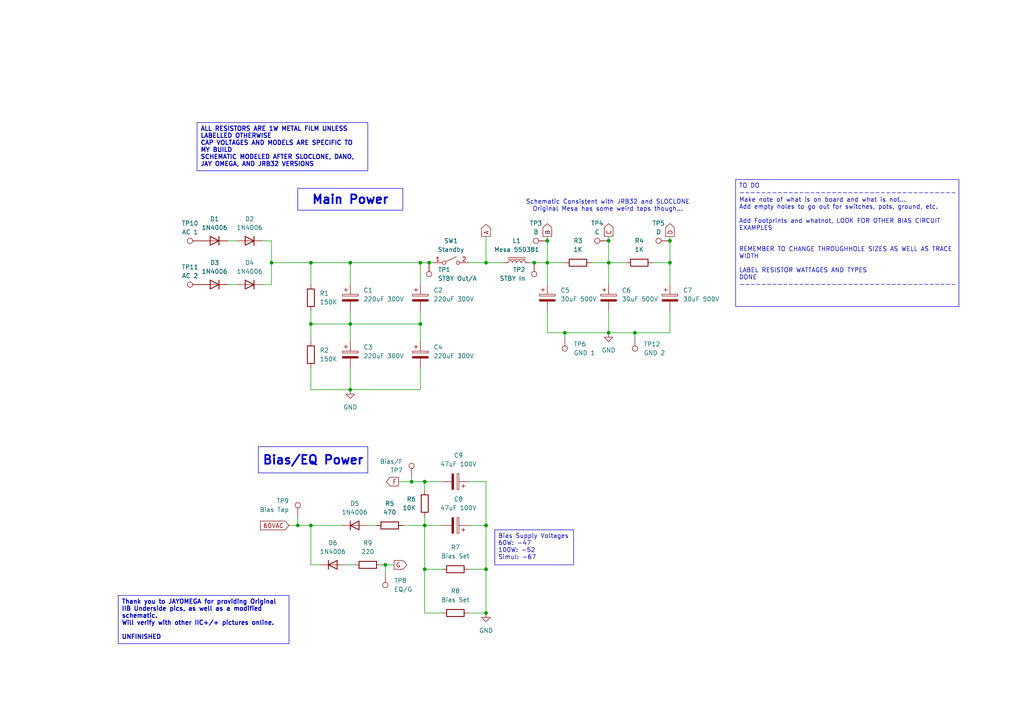
<source format=kicad_sch>
(kicad_sch (version 20250114) (generator "eeschema") (generator_version "9.0")
  (paper "A4")
  (lib_symbols
    (symbol "Connector:TestPoint" (pin_numbers (hide yes)) (pin_names (offset 0.762) (hide yes))
      (property "Reference" "TP" (at 0 6.858 0))
      (property "Value" "TestPoint" (at 0 5.08 0))
      (symbol "TestPoint_0_1"
        (circle (center 0 3.302) (radius 0.762))
      )
      (symbol "TestPoint_1_1"
        (pin passive line (at 0 0 90) (length 2.54) (name "1") (number "1"))
      )
    )
    (symbol "Device:C_Polarized" (pin_numbers (hide yes)) (pin_names (offset 0.254))
      (property "Reference" "C" (at 0.635 2.54 0))
      (property "Value" "C_Polarized" (at 0.635 -2.54 0))
      (symbol "C_Polarized_0_1"
        (rectangle (start -2.286 0.508) (end 2.286 1.016))
        (polyline (pts (xy -1.778 2.286) (xy -0.762 2.286)))
        (polyline (pts (xy -1.27 2.794) (xy -1.27 1.778)))
        (rectangle (start 2.286 -0.508) (end -2.286 -1.016) (fill (type outline)))
      )
      (symbol "C_Polarized_1_1"
        (pin passive line (at 0 3.81 270) (length 2.794) (name "~") (number "1"))
        (pin passive line (at 0 -3.81 90) (length 2.794) (name "~") (number "2"))
      )
    )
    (symbol "Device:L_Iron" (pin_numbers (hide yes)) (pin_names (offset 1.016) (hide yes))
      (property "Reference" "L" (at -1.27 0 90))
      (property "Value" "L_Iron" (at 2.794 0 90))
      (symbol "L_Iron_0_1"
        (arc (start 0 2.54) (mid 0.6323 1.905) (end 0 1.27))
        (arc (start 0 1.27) (mid 0.6323 0.635) (end 0 0))
        (arc (start 0 0) (mid 0.6323 -0.635) (end 0 -1.27))
        (arc (start 0 -1.27) (mid 0.6323 -1.905) (end 0 -2.54))
        (polyline (pts (xy 1.016 2.54) (xy 1.016 -2.54)))
        (polyline (pts (xy 1.524 -2.54) (xy 1.524 2.54)))
      )
      (symbol "L_Iron_1_1"
        (pin passive line (at 0 3.81 270) (length 1.27) (name "1") (number "1"))
        (pin passive line (at 0 -3.81 90) (length 1.27) (name "2") (number "2"))
      )
    )
    (symbol "Device:R" (pin_numbers (hide yes)) (pin_names (offset 0))
      (property "Reference" "R" (at 2.032 0 90))
      (property "Value" "R" (at 0 0 90))
      (symbol "R_0_1"
        (rectangle (start -1.016 -2.54) (end 1.016 2.54) (stroke (width 0.254)))
      )
      (symbol "R_1_1"
        (pin passive line (at 0 3.81 270) (length 1.27) (name "~") (number "1"))
        (pin passive line (at 0 -3.81 90) (length 1.27) (name "~") (number "2"))
      )
    )
    (symbol "Diode:1N4006" (pin_numbers (hide yes)) (pin_names (hide yes))
      (property "Reference" "D" (at 0 2.54 0))
      (property "Value" "1N4006" (at 0 -2.54 0))
      (symbol "1N4006_0_1"
        (polyline (pts (xy -1.27 1.27) (xy -1.27 -1.27)) (stroke (width 0.254)))
        (polyline (pts (xy 1.27 1.27) (xy 1.27 -1.27) (xy -1.27 0) (xy 1.27 1.27)) (stroke (width 0.254)))
        (polyline (pts (xy 1.27 0) (xy -1.27 0)))
      )
      (symbol "1N4006_1_1"
        (pin passive line (at -3.81 0 0) (length 2.54) (name "K") (number "1"))
        (pin passive line (at 3.81 0 180) (length 2.54) (name "A") (number "2"))
      )
    )
    (symbol "Switch:SW_SPST" (pin_names (offset 0) (hide yes))
      (property "Reference" "SW" (at 0 3.175 0))
      (property "Value" "SW_SPST" (at 0 -2.54 0))
      (symbol "SW_SPST_0_0"
        (circle (center -2.032 0) (radius 0.508))
        (polyline (pts (xy -1.524 0.254) (xy 1.524 1.778)))
        (circle (center 2.032 0) (radius 0.508))
      )
      (symbol "SW_SPST_1_1"
        (pin passive line (at -5.08 0 0) (length 2.54) (name "A") (number "1"))
        (pin passive line (at 5.08 0 180) (length 2.54) (name "B") (number "2"))
      )
    )
    (symbol "power:GND" (power) (pin_numbers (hide yes)) (pin_names (offset 0) (hide yes))
      (property "Value" "GND" (at 0 -3.81 0))
      (symbol "GND_0_1"
        (polyline (pts (xy 0 0) (xy 0 -1.27) (xy 1.27 -1.27) (xy 0 -2.54) (xy -1.27 -1.27) (xy 0 -1.27)))
      )
      (symbol "GND_1_1"
        (pin power_in line (at 0 0 270) (length 0) (name "~") (number "1"))
      )
    )
  )
  (text "Schematic Consistent with JRB32 and SLOCLONE\nOriginal Mesa has some weird taps though..." (at 176.276 59.69 0) (effects (font (size 1.27 1.27))))
  (text_box "Thank you to JAYOMEGA for providing Original IIB Underside pics, as well as a modified schematic.\nWill verify with other IIC+/+ pictures online.\n\nUNFINISHED" (at 34.29 172.72 0) (size 49.53 13.97) (margins 0.9525 0.9525 0.9525 0.9525) (effects (font (size 1.27 1.27) (thickness 0.254) (bold yes)) (justify left top)))
  (text_box "ALL RESISTORS ARE 1W METAL FILM UNLESS LABELLED OTHERWISE\nCAP VOLTAGES AND MODELS ARE SPECIFIC TO MY BUILD\nSCHEMATIC MODELED AFTER SLOCLONE, DANO, JAY OMEGA, AND JRB32 VERSIONS" (at 57.15 35.56 0) (size 49.53 13.97) (margins 0.9525 0.9525 0.9525 0.9525) (effects (font (size 1.27 1.27) (thickness 0.254) (bold yes)) (justify left top)))
  (text_box "Main Power" (at 86.36 54.61 0) (size 30.48 6.35) (margins 0.9525 0.9525 0.9525 0.9525) (effects (font (size 2.54 2.54) (thickness 0.508) (bold yes))))
  (text_box "Bias/EQ Power" (at 74.93 129.54 0) (size 31.75 7.62) (margins 0.9525 0.9525 0.9525 0.9525) (effects (font (size 2.54 2.54) (thickness 0.508) (bold yes))))
  (text_box "TO DO\n----------------------------------------\nMake note of what is on board and what is not...\nAdd empty holes to go out for switches, pots, ground, etc.\n\nAdd Footprints and whatnot, LOOK FOR OTHER BIAS CIRCUIT EXAMPLES\n\n\nREMEMBER TO CHANGE THROUGHHOLE SIZES AS WELL AS TRACE WIDTH\n\nLABEL RESISTOR WATTAGES AND TYPES\nDONE\n----------------------------------------\n" (at 213.36 52.07 0) (size 64.77 36.83) (margins 0.9525 0.9525 0.9525 0.9525) (effects (font (size 1.27 1.27)) (justify left top)))
  (text_box "Bias Supply Voltages\n60W: -47\n100W: -52\nSimul: -67" (at 143.51 153.67 0) (size 22.86 10.16) (margins 0.9525 0.9525 0.9525 0.9525) (effects (font (size 1.27 1.27)) (justify left top)))
  (junction (at 184.15 96.52))
  (junction (at 111.76 163.83))
  (junction (at 123.19 165.1))
  (junction (at 158.75 76.2))
  (junction (at 154.94 76.2))
  (junction (at 140.97 152.4))
  (junction (at 124.46 76.2))
  (junction (at 121.92 76.2))
  (junction (at 90.17 152.4))
  (junction (at 140.97 177.8))
  (junction (at 194.31 76.2))
  (junction (at 123.19 139.7))
  (junction (at 119.38 139.7))
  (junction (at 140.97 76.2))
  (junction (at 121.92 93.98))
  (junction (at 86.36 152.4))
  (junction (at 90.17 76.2))
  (junction (at 194.31 69.85))
  (junction (at 158.75 69.85))
  (junction (at 176.53 69.85))
  (junction (at 101.6 113.03))
  (junction (at 101.6 76.2))
  (junction (at 176.53 76.2))
  (junction (at 101.6 93.98))
  (junction (at 90.17 93.98))
  (junction (at 163.83 96.52))
  (junction (at 78.74 76.2))
  (junction (at 140.97 165.1))
  (junction (at 123.19 152.4))
  (junction (at 176.53 96.52))
  (wire (pts (xy 135.89 139.7) (xy 140.97 139.7)))
  (wire (pts (xy 90.17 152.4) (xy 99.06 152.4)))
  (wire (pts (xy 109.22 152.4) (xy 106.68 152.4)))
  (wire (pts (xy 128.27 177.8) (xy 123.19 177.8)))
  (wire (pts (xy 171.45 76.2) (xy 176.53 76.2)))
  (wire (pts (xy 140.97 177.8) (xy 140.97 165.1)))
  (wire (pts (xy 194.31 69.85) (xy 194.31 76.2)))
  (wire (pts (xy 121.92 113.03) (xy 121.92 106.68)))
  (wire (pts (xy 123.19 177.8) (xy 123.19 165.1)))
  (wire (pts (xy 176.53 90.17) (xy 176.53 96.52)))
  (wire (pts (xy 163.83 76.2) (xy 158.75 76.2)))
  (wire (pts (xy 90.17 93.98) (xy 90.17 99.06)))
  (wire (pts (xy 76.2 69.85) (xy 78.74 69.85)))
  (wire (pts (xy 153.67 76.2) (xy 154.94 76.2)))
  (wire (pts (xy 121.92 93.98) (xy 121.92 99.06)))
  (wire (pts (xy 154.94 76.2) (xy 158.75 76.2)))
  (wire (pts (xy 140.97 152.4) (xy 135.89 152.4)))
  (wire (pts (xy 158.75 76.2) (xy 158.75 82.55)))
  (wire (pts (xy 90.17 163.83) (xy 92.71 163.83)))
  (wire (pts (xy 101.6 113.03) (xy 90.17 113.03)))
  (wire (pts (xy 158.75 68.58) (xy 158.75 69.85)))
  (wire (pts (xy 90.17 90.17) (xy 90.17 93.98)))
  (wire (pts (xy 135.89 177.8) (xy 140.97 177.8)))
  (wire (pts (xy 100.33 163.83) (xy 102.87 163.83)))
  (wire (pts (xy 101.6 113.03) (xy 121.92 113.03)))
  (wire (pts (xy 78.74 76.2) (xy 90.17 76.2)))
  (wire (pts (xy 194.31 96.52) (xy 194.31 90.17)))
  (wire (pts (xy 90.17 93.98) (xy 101.6 93.98)))
  (wire (pts (xy 128.27 139.7) (xy 123.19 139.7)))
  (wire (pts (xy 119.38 138.43) (xy 119.38 139.7)))
  (wire (pts (xy 176.53 96.52) (xy 184.15 96.52)))
  (wire (pts (xy 115.57 139.7) (xy 119.38 139.7)))
  (wire (pts (xy 78.74 76.2) (xy 78.74 82.55)))
  (wire (pts (xy 123.19 149.86) (xy 123.19 152.4)))
  (wire (pts (xy 90.17 76.2) (xy 101.6 76.2)))
  (wire (pts (xy 86.36 152.4) (xy 90.17 152.4)))
  (wire (pts (xy 123.19 152.4) (xy 123.19 165.1)))
  (wire (pts (xy 111.76 163.83) (xy 110.49 163.83)))
  (wire (pts (xy 176.53 76.2) (xy 181.61 76.2)))
  (wire (pts (xy 158.75 96.52) (xy 163.83 96.52)))
  (wire (pts (xy 101.6 76.2) (xy 101.6 82.55)))
  (wire (pts (xy 90.17 82.55) (xy 90.17 76.2)))
  (wire (pts (xy 101.6 93.98) (xy 101.6 99.06)))
  (wire (pts (xy 90.17 106.68) (xy 90.17 113.03)))
  (wire (pts (xy 123.19 139.7) (xy 123.19 142.24)))
  (wire (pts (xy 114.3 163.83) (xy 111.76 163.83)))
  (wire (pts (xy 119.38 139.7) (xy 123.19 139.7)))
  (wire (pts (xy 163.83 96.52) (xy 176.53 96.52)))
  (wire (pts (xy 158.75 69.85) (xy 158.75 76.2)))
  (wire (pts (xy 184.15 96.52) (xy 194.31 96.52)))
  (wire (pts (xy 123.19 152.4) (xy 128.27 152.4)))
  (wire (pts (xy 140.97 139.7) (xy 140.97 152.4)))
  (wire (pts (xy 116.84 152.4) (xy 123.19 152.4)))
  (wire (pts (xy 194.31 76.2) (xy 194.31 82.55)))
  (wire (pts (xy 90.17 152.4) (xy 90.17 163.83)))
  (wire (pts (xy 101.6 106.68) (xy 101.6 113.03)))
  (wire (pts (xy 176.53 68.58) (xy 176.53 69.85)))
  (wire (pts (xy 76.2 82.55) (xy 78.74 82.55)))
  (wire (pts (xy 140.97 68.58) (xy 140.97 76.2)))
  (wire (pts (xy 176.53 82.55) (xy 176.53 76.2)))
  (wire (pts (xy 158.75 90.17) (xy 158.75 96.52)))
  (wire (pts (xy 140.97 76.2) (xy 135.89 76.2)))
  (wire (pts (xy 121.92 82.55) (xy 121.92 76.2)))
  (wire (pts (xy 121.92 76.2) (xy 101.6 76.2)))
  (wire (pts (xy 124.46 76.2) (xy 125.73 76.2)))
  (wire (pts (xy 121.92 90.17) (xy 121.92 93.98)))
  (wire (pts (xy 101.6 90.17) (xy 101.6 93.98)))
  (wire (pts (xy 146.05 76.2) (xy 140.97 76.2)))
  (wire (pts (xy 86.36 149.86) (xy 86.36 152.4)))
  (wire (pts (xy 135.89 165.1) (xy 140.97 165.1)))
  (wire (pts (xy 111.76 163.83) (xy 111.76 166.37)))
  (wire (pts (xy 163.83 97.79) (xy 163.83 96.52)))
  (wire (pts (xy 184.15 97.79) (xy 184.15 96.52)))
  (wire (pts (xy 128.27 165.1) (xy 123.19 165.1)))
  (wire (pts (xy 68.58 69.85) (xy 66.04 69.85)))
  (wire (pts (xy 121.92 76.2) (xy 124.46 76.2)))
  (wire (pts (xy 83.82 152.4) (xy 86.36 152.4)))
  (wire (pts (xy 78.74 69.85) (xy 78.74 76.2)))
  (wire (pts (xy 194.31 68.58) (xy 194.31 69.85)))
  (wire (pts (xy 140.97 165.1) (xy 140.97 152.4)))
  (wire (pts (xy 68.58 82.55) (xy 66.04 82.55)))
  (wire (pts (xy 189.23 76.2) (xy 194.31 76.2)))
  (wire (pts (xy 176.53 69.85) (xy 176.53 76.2)))
  (wire (pts (xy 101.6 93.98) (xy 121.92 93.98)))
  (global_label "A" (shape output) (at 140.97 68.58 90) (property "Intersheetrefs" "${INTERSHEET_REFS}" (effects (hide yes))))
  (global_label "D" (shape output) (at 194.31 68.58 90) (property "Intersheetrefs" "${INTERSHEET_REFS}" (effects (hide yes))))
  (global_label "G" (shape output) (at 114.3 163.83 0) (property "Intersheetrefs" "${INTERSHEET_REFS}" (effects (hide yes))))
  (global_label "B" (shape output) (at 158.75 68.58 90) (property "Intersheetrefs" "${INTERSHEET_REFS}" (effects (hide yes))))
  (global_label "60VAC" (shape input) (at 83.82 152.4 180) (property "Intersheetrefs" "${INTERSHEET_REFS}" (effects (hide yes))))
  (global_label "F" (shape output) (at 115.57 139.7 180) (property "Intersheetrefs" "${INTERSHEET_REFS}" (effects (hide yes))))
  (global_label "C" (shape output) (at 176.53 68.58 90) (property "Intersheetrefs" "${INTERSHEET_REFS}" (effects (hide yes))))
  (symbol (lib_id "Device:R") (at 106.68 163.83 90) (unit 1)
    (property "Reference" "R9" (at 106.68 157.48 90))
    (property "Value" "220" (at 106.68 160.02 90))
    (property "Footprint" "Resistor_THT:R_Axial_DIN0516_L15.5mm_D5.0mm_P20.32mm_Horizontal" (effects (hide yes)))
    (property "Description" "Resistor" (effects (hide yes)))
  )
  (symbol (lib_id "Device:R") (at 90.17 86.36 0) (unit 1)
    (property "Reference" "R1" (at 92.71 85.0899 0) (effects (justify left)))
    (property "Value" "150K" (at 92.71 87.6299 0) (effects (justify left)))
    (property "Footprint" "Resistor_THT:R_Axial_DIN0516_L15.5mm_D5.0mm_P20.32mm_Horizontal" (effects (hide yes)))
    (property "Description" "Resistor" (effects (hide yes)))
  )
  (symbol (lib_id "Switch:SW_SPST") (at 130.81 76.2 0) (unit 1)
    (property "Reference" "SW1" (at 130.81 69.85 0))
    (property "Value" "Standby" (at 130.81 72.39 0))
    (property "Description" "Single Pole Single Throw (SPST) switch" (effects (hide yes)))
  )
  (symbol (lib_id "Diode:1N4006") (at 62.23 69.85 0) (mirror y) (unit 1)
    (property "Reference" "D1" (at 62.23 63.5 0))
    (property "Value" "1N4006" (at 62.23 66.04 0))
    (property "Footprint" "Diode_THT:D_DO-41_SOD81_P10.16mm_Horizontal" (effects (hide yes)))
    (property "Datasheet" "http://www.vishay.com/docs/88503/1n4001.pdf" (effects (hide yes)))
    (property "Description" "800V 1A General Purpose Rectifier Diode, DO-41" (effects (hide yes)))
    (property "Sim.Device" "D" (effects (hide yes)))
    (property "Sim.Pins" "1=K 2=A" (effects (hide yes)))
  )
  (symbol (lib_id "Device:C_Polarized") (at 158.75 86.36 0) (unit 1)
    (property "Reference" "C5" (at 162.56 84.2009 0) (effects (justify left)))
    (property "Value" "30uF 500V" (at 162.56 86.7409 0) (effects (justify left)))
    (property "Footprint" "Capacitor_THT:CP_Axial_L38.0mm_D21.0mm_P44.00mm_Horizontal" (effects (hide yes)))
    (property "Description" "Polarized capacitor" (effects (hide yes)))
  )
  (symbol (lib_id "Device:C_Polarized") (at 101.6 102.87 0) (unit 1)
    (property "Reference" "C3" (at 105.41 100.7109 0) (effects (justify left)))
    (property "Value" "220uF 300V" (at 105.41 103.2509 0) (effects (justify left)))
    (property "Footprint" "Capacitor_THT:CP_Axial_L30.0mm_D18.0mm_P35.00mm_Horizontal" (effects (hide yes)))
    (property "Description" "Polarized capacitor" (effects (hide yes)))
  )
  (symbol (lib_id "Connector:TestPoint") (at 124.46 76.2 180) (unit 1)
    (property "Reference" "TP1" (at 127 78.2319 0) (effects (justify right)))
    (property "Value" "STBY Out/A" (at 127 80.7719 0) (effects (justify right)))
    (property "Footprint" "HiroFootprints:Out_Hole_3.4_1.8" (effects (hide yes)))
    (property "Description" "test point" (effects (hide yes)))
  )
  (symbol (lib_id "Connector:TestPoint") (at 119.38 138.43 0) (unit 1)
    (property "Reference" "TP7" (at 116.84 136.3981 0) (effects (justify right)))
    (property "Value" "Bias/F" (at 116.84 133.8581 0) (effects (justify right)))
    (property "Footprint" "HiroFootprints:Out_Hole_3.4_1.8" (effects (hide yes)))
    (property "Description" "test point" (effects (hide yes)))
  )
  (symbol (lib_id "Connector:TestPoint") (at 176.53 69.85 90) (unit 1)
    (property "Reference" "TP4" (at 173.228 64.77 90))
    (property "Value" "C" (at 173.228 67.31 90))
    (property "Footprint" "HiroFootprints:Out_Hole_3.4_1.8" (effects (hide yes)))
    (property "Description" "test point" (effects (hide yes)))
  )
  (symbol (lib_id "Device:C_Polarized") (at 101.6 86.36 0) (unit 1)
    (property "Reference" "C1" (at 105.41 84.2009 0) (effects (justify left)))
    (property "Value" "220uF 300V" (at 105.41 86.7409 0) (effects (justify left)))
    (property "Footprint" "Capacitor_THT:CP_Axial_L30.0mm_D18.0mm_P35.00mm_Horizontal" (effects (hide yes)))
    (property "Description" "Polarized capacitor" (effects (hide yes)))
  )
  (symbol (lib_id "power:GND") (at 140.97 177.8 0) (unit 1)
    (property "Reference" "#PWR02" (effects (hide yes)))
    (property "Value" "GND" (at 140.97 182.88 0))
    (property "Description" "Power symbol creates a global label with name \"GND\" , ground" (effects (hide yes)))
  )
  (symbol (lib_id "Device:C_Polarized") (at 132.08 152.4 270) (mirror x) (unit 1)
    (property "Reference" "C8" (at 132.969 144.78 90))
    (property "Value" "47uF 100V" (at 132.969 147.32 90))
    (property "Footprint" "Capacitor_THT:CP_Axial_L18.0mm_D8.0mm_P25.00mm_Horizontal" (effects (hide yes)))
    (property "Description" "Polarized capacitor" (effects (hide yes)))
  )
  (symbol (lib_id "Connector:TestPoint") (at 58.42 69.85 90) (unit 1)
    (property "Reference" "TP10" (at 55.118 64.77 90))
    (property "Value" "AC 1" (at 55.118 67.31 90))
    (property "Footprint" "HiroFootprints:Out_Hole_3.4_1.8" (effects (hide yes)))
    (property "Description" "test point" (effects (hide yes)))
  )
  (symbol (lib_id "Connector:TestPoint") (at 154.94 76.2 0) (mirror x) (unit 1)
    (property "Reference" "TP2" (at 152.4 78.2319 0) (effects (justify right)))
    (property "Value" "STBY In" (at 152.4 80.7719 0) (effects (justify right)))
    (property "Footprint" "HiroFootprints:Out_Hole_3.4_1.8" (effects (hide yes)))
    (property "Description" "test point" (effects (hide yes)))
  )
  (symbol (lib_id "Device:C_Polarized") (at 194.31 86.36 0) (unit 1)
    (property "Reference" "C7" (at 198.12 84.2009 0) (effects (justify left)))
    (property "Value" "30uF 500V" (at 198.12 86.7409 0) (effects (justify left)))
    (property "Footprint" "Capacitor_THT:CP_Axial_L38.0mm_D21.0mm_P44.00mm_Horizontal" (effects (hide yes)))
    (property "Description" "Polarized capacitor" (effects (hide yes)))
  )
  (symbol (lib_id "Diode:1N4006") (at 102.87 152.4 0) (unit 1)
    (property "Reference" "D5" (at 102.87 146.05 0))
    (property "Value" "1N4006" (at 102.87 148.59 0))
    (property "Footprint" "Diode_THT:D_DO-41_SOD81_P10.16mm_Horizontal" (effects (hide yes)))
    (property "Datasheet" "http://www.vishay.com/docs/88503/1n4001.pdf" (effects (hide yes)))
    (property "Description" "800V 1A General Purpose Rectifier Diode, DO-41" (effects (hide yes)))
    (property "Sim.Device" "D" (effects (hide yes)))
    (property "Sim.Pins" "1=K 2=A" (effects (hide yes)))
  )
  (symbol (lib_id "Connector:TestPoint") (at 86.36 149.86 0) (mirror y) (unit 1)
    (property "Reference" "TP9" (at 83.82 145.2879 0) (effects (justify left)))
    (property "Value" "Bias Tap" (at 83.82 147.8279 0) (effects (justify left)))
    (property "Footprint" "HiroFootprints:Out_Hole_3.4_1.8" (effects (hide yes)))
    (property "Description" "test point" (effects (hide yes)))
  )
  (symbol (lib_id "Device:R") (at 185.42 76.2 90) (unit 1)
    (property "Reference" "R4" (at 185.42 69.85 90))
    (property "Value" "1K" (at 185.42 72.39 90))
    (property "Footprint" "Resistor_THT:R_Axial_DIN0516_L15.5mm_D5.0mm_P20.32mm_Horizontal" (effects (hide yes)))
    (property "Description" "Resistor" (effects (hide yes)))
  )
  (symbol (lib_id "Device:C_Polarized") (at 176.53 86.36 0) (unit 1)
    (property "Reference" "C6" (at 180.34 84.2009 0) (effects (justify left)))
    (property "Value" "30uF 500V" (at 180.34 86.7409 0) (effects (justify left)))
    (property "Footprint" "Capacitor_THT:CP_Axial_L38.0mm_D21.0mm_P44.00mm_Horizontal" (effects (hide yes)))
    (property "Description" "Polarized capacitor" (effects (hide yes)))
  )
  (symbol (lib_id "Diode:1N4006") (at 72.39 69.85 0) (mirror y) (unit 1)
    (property "Reference" "D2" (at 72.39 63.5 0))
    (property "Value" "1N4006" (at 72.39 66.04 0))
    (property "Footprint" "Diode_THT:D_DO-41_SOD81_P10.16mm_Horizontal" (effects (hide yes)))
    (property "Datasheet" "http://www.vishay.com/docs/88503/1n4001.pdf" (effects (hide yes)))
    (property "Description" "800V 1A General Purpose Rectifier Diode, DO-41" (effects (hide yes)))
    (property "Sim.Device" "D" (effects (hide yes)))
    (property "Sim.Pins" "1=K 2=A" (effects (hide yes)))
  )
  (symbol (lib_id "Device:C_Polarized") (at 132.08 139.7 270) (mirror x) (unit 1)
    (property "Reference" "C9" (at 132.969 132.08 90))
    (property "Value" "47uF 100V" (at 132.969 134.62 90))
    (property "Footprint" "Capacitor_THT:CP_Axial_L18.0mm_D8.0mm_P25.00mm_Horizontal" (effects (hide yes)))
    (property "Description" "Polarized capacitor" (effects (hide yes)))
  )
  (symbol (lib_id "Connector:TestPoint") (at 184.15 97.79 180) (unit 1)
    (property "Reference" "TP12" (at 186.69 99.8219 0) (effects (justify right)))
    (property "Value" "GND 2" (at 186.69 102.3619 0) (effects (justify right)))
    (property "Footprint" "HiroFootprints:Out_Hole_3.4_1.8" (effects (hide yes)))
    (property "Description" "test point" (effects (hide yes)))
  )
  (symbol (lib_id "Connector:TestPoint") (at 111.76 166.37 180) (unit 1)
    (property "Reference" "TP8" (at 114.3 168.4019 0) (effects (justify right)))
    (property "Value" "EQ/G" (at 114.3 170.9419 0) (effects (justify right)))
    (property "Footprint" "HiroFootprints:Out_Hole_3.4_1.8" (effects (hide yes)))
    (property "Description" "test point" (effects (hide yes)))
  )
  (symbol (lib_id "Diode:1N4006") (at 96.52 163.83 0) (unit 1)
    (property "Reference" "D6" (at 96.52 157.48 0))
    (property "Value" "1N4006" (at 96.52 160.02 0))
    (property "Footprint" "Diode_THT:D_DO-41_SOD81_P10.16mm_Horizontal" (effects (hide yes)))
    (property "Datasheet" "http://www.vishay.com/docs/88503/1n4001.pdf" (effects (hide yes)))
    (property "Description" "800V 1A General Purpose Rectifier Diode, DO-41" (effects (hide yes)))
    (property "Sim.Device" "D" (effects (hide yes)))
    (property "Sim.Pins" "1=K 2=A" (effects (hide yes)))
  )
  (symbol (lib_id "Connector:TestPoint") (at 194.31 69.85 90) (unit 1)
    (property "Reference" "TP5" (at 191.008 64.77 90))
    (property "Value" "D" (at 191.008 67.31 90))
    (property "Footprint" "HiroFootprints:Out_Hole_3.4_1.8" (effects (hide yes)))
    (property "Description" "test point" (effects (hide yes)))
  )
  (symbol (lib_id "power:GND") (at 176.53 96.52 0) (unit 1)
    (property "Reference" "#PWR03" (effects (hide yes)))
    (property "Value" "GND" (at 176.53 101.6 0))
    (property "Description" "Power symbol creates a global label with name \"GND\" , ground" (effects (hide yes)))
  )
  (symbol (lib_id "Connector:TestPoint") (at 158.75 69.85 90) (unit 1)
    (property "Reference" "TP3" (at 155.448 64.77 90))
    (property "Value" "B" (at 155.448 67.31 90))
    (property "Footprint" "HiroFootprints:Out_Hole_3.4_1.8" (effects (hide yes)))
    (property "Description" "test point" (effects (hide yes)))
  )
  (symbol (lib_id "Device:R") (at 167.64 76.2 90) (unit 1)
    (property "Reference" "R3" (at 167.64 69.85 90))
    (property "Value" "1K" (at 167.64 72.39 90))
    (property "Footprint" "Resistor_THT:R_Axial_DIN0516_L15.5mm_D5.0mm_P20.32mm_Horizontal" (effects (hide yes)))
    (property "Description" "Resistor" (effects (hide yes)))
  )
  (symbol (lib_id "Connector:TestPoint") (at 58.42 82.55 90) (unit 1)
    (property "Reference" "TP11" (at 55.118 77.47 90))
    (property "Value" "AC 2" (at 55.118 80.01 90))
    (property "Footprint" "HiroFootprints:Out_Hole_3.4_1.8" (effects (hide yes)))
    (property "Description" "test point" (effects (hide yes)))
  )
  (symbol (lib_id "Diode:1N4006") (at 72.39 82.55 0) (mirror y) (unit 1)
    (property "Reference" "D4" (at 72.39 76.2 0))
    (property "Value" "1N4006" (at 72.39 78.74 0))
    (property "Footprint" "Diode_THT:D_DO-41_SOD81_P10.16mm_Horizontal" (effects (hide yes)))
    (property "Datasheet" "http://www.vishay.com/docs/88503/1n4001.pdf" (effects (hide yes)))
    (property "Description" "800V 1A General Purpose Rectifier Diode, DO-41" (effects (hide yes)))
    (property "Sim.Device" "D" (effects (hide yes)))
    (property "Sim.Pins" "1=K 2=A" (effects (hide yes)))
  )
  (symbol (lib_id "Diode:1N4006") (at 62.23 82.55 0) (mirror y) (unit 1)
    (property "Reference" "D3" (at 62.23 76.2 0))
    (property "Value" "1N4006" (at 62.23 78.74 0))
    (property "Footprint" "Diode_THT:D_DO-41_SOD81_P10.16mm_Horizontal" (effects (hide yes)))
    (property "Datasheet" "http://www.vishay.com/docs/88503/1n4001.pdf" (effects (hide yes)))
    (property "Description" "800V 1A General Purpose Rectifier Diode, DO-41" (effects (hide yes)))
    (property "Sim.Device" "D" (effects (hide yes)))
    (property "Sim.Pins" "1=K 2=A" (effects (hide yes)))
  )
  (symbol (lib_id "Device:R") (at 132.08 177.8 90) (mirror x) (unit 1)
    (property "Reference" "R8" (at 132.08 171.45 90))
    (property "Value" "Bias Set" (at 132.08 173.99 90))
    (property "Footprint" "Resistor_THT:R_Axial_DIN0411_L9.9mm_D3.6mm_P15.24mm_Horizontal" (effects (hide yes)))
    (property "Description" "Resistor" (effects (hide yes)))
  )
  (symbol (lib_id "Device:R") (at 90.17 102.87 0) (unit 1)
    (property "Reference" "R2" (at 92.71 101.5999 0) (effects (justify left)))
    (property "Value" "150K" (at 92.71 104.1399 0) (effects (justify left)))
    (property "Footprint" "Resistor_THT:R_Axial_DIN0516_L15.5mm_D5.0mm_P20.32mm_Horizontal" (effects (hide yes)))
    (property "Description" "Resistor" (effects (hide yes)))
  )
  (symbol (lib_id "Device:R") (at 123.19 146.05 0) (mirror y) (unit 1)
    (property "Reference" "R6" (at 120.65 144.7799 0) (effects (justify left)))
    (property "Value" "10K" (at 120.65 147.3199 0) (effects (justify left)))
    (property "Footprint" "Resistor_THT:R_Axial_DIN0411_L9.9mm_D3.6mm_P15.24mm_Horizontal" (effects (hide yes)))
    (property "Description" "Resistor" (effects (hide yes)))
  )
  (symbol (lib_id "Device:L_Iron") (at 149.86 76.2 90) (unit 1)
    (property "Reference" "L1" (at 149.86 69.85 90))
    (property "Value" "Mesa 550381" (at 149.86 72.39 90))
    (property "Description" "Inductor with iron core" (effects (hide yes)))
  )
  (symbol (lib_id "Device:C_Polarized") (at 121.92 86.36 0) (unit 1)
    (property "Reference" "C2" (at 125.73 84.2009 0) (effects (justify left)))
    (property "Value" "220uF 300V" (at 125.73 86.7409 0) (effects (justify left)))
    (property "Footprint" "Capacitor_THT:CP_Axial_L30.0mm_D18.0mm_P35.00mm_Horizontal" (effects (hide yes)))
    (property "Description" "Polarized capacitor" (effects (hide yes)))
  )
  (symbol (lib_id "Device:C_Polarized") (at 121.92 102.87 0) (unit 1)
    (property "Reference" "C4" (at 125.73 100.7109 0) (effects (justify left)))
    (property "Value" "220uF 300V" (at 125.73 103.2509 0) (effects (justify left)))
    (property "Footprint" "Capacitor_THT:CP_Axial_L30.0mm_D18.0mm_P35.00mm_Horizontal" (effects (hide yes)))
    (property "Description" "Polarized capacitor" (effects (hide yes)))
  )
  (symbol (lib_id "Device:R") (at 113.03 152.4 90) (unit 1)
    (property "Reference" "R5" (at 113.03 146.05 90))
    (property "Value" "470" (at 113.03 148.59 90))
    (property "Footprint" "Resistor_THT:R_Axial_DIN0516_L15.5mm_D5.0mm_P20.32mm_Horizontal" (effects (hide yes)))
    (property "Description" "Resistor" (effects (hide yes)))
  )
  (symbol (lib_id "power:GND") (at 101.6 113.03 0) (unit 1)
    (property "Reference" "#PWR01" (effects (hide yes)))
    (property "Value" "GND" (at 101.6 118.11 0))
    (property "Description" "Power symbol creates a global label with name \"GND\" , ground" (effects (hide yes)))
  )
  (symbol (lib_id "Connector:TestPoint") (at 163.83 97.79 180) (unit 1)
    (property "Reference" "TP6" (at 166.37 99.8219 0) (effects (justify right)))
    (property "Value" "GND 1" (at 166.37 102.3619 0) (effects (justify right)))
    (property "Footprint" "HiroFootprints:Out_Hole_3.4_1.8" (effects (hide yes)))
    (property "Description" "test point" (effects (hide yes)))
  )
  (symbol (lib_id "Device:R") (at 132.08 165.1 90) (mirror x) (unit 1)
    (property "Reference" "R7" (at 132.08 158.75 90))
    (property "Value" "Bias Set" (at 132.08 161.29 90))
    (property "Footprint" "Resistor_THT:R_Axial_DIN0411_L9.9mm_D3.6mm_P15.24mm_Horizontal" (effects (hide yes)))
    (property "Description" "Resistor" (effects (hide yes)))
  )
)
</source>
